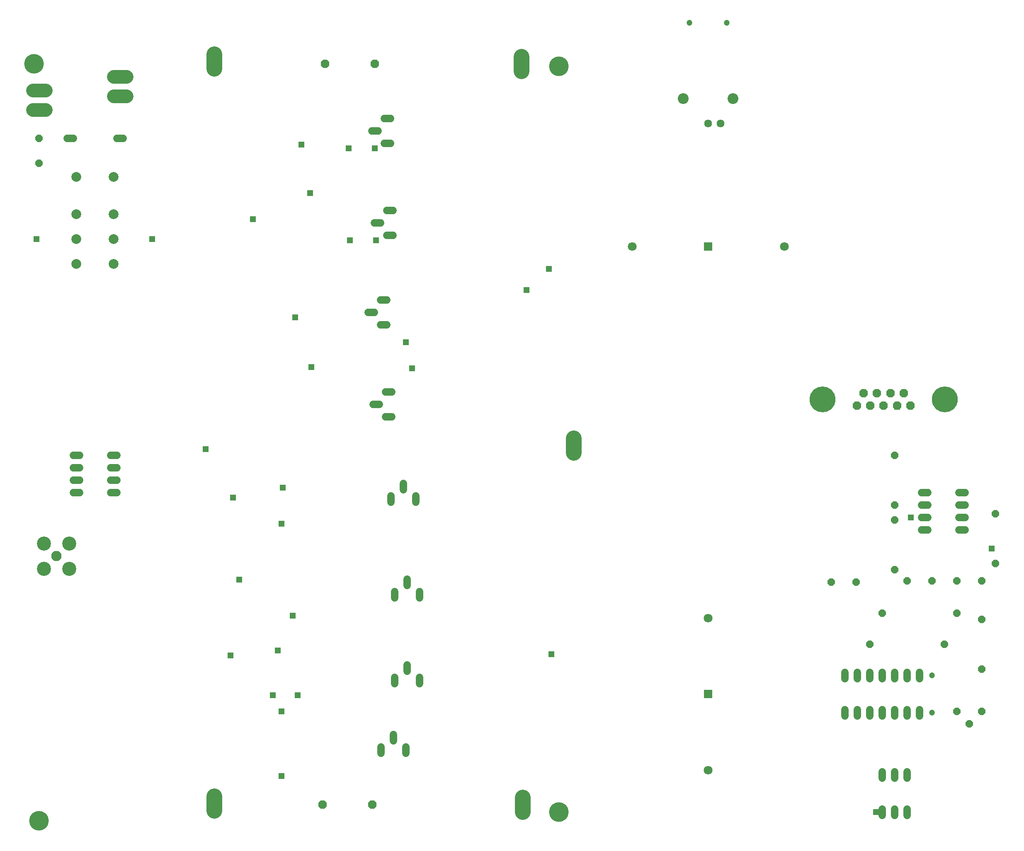
<source format=gbs>
G75*
%MOIN*%
%OFA0B0*%
%FSLAX25Y25*%
%IPPOS*%
%LPD*%
%AMOC8*
5,1,8,0,0,1.08239X$1,22.5*
%
%ADD10C,0.15750*%
%ADD11C,0.04737*%
%ADD12C,0.10839*%
%ADD13C,0.08300*%
%ADD14C,0.11300*%
%ADD15C,0.06000*%
%ADD16C,0.07887*%
%ADD17C,0.12650*%
%ADD18OC8,0.06000*%
%ADD19OC8,0.06800*%
%ADD20C,0.20800*%
%ADD21C,0.07099*%
%ADD22R,0.06737X0.06737*%
%ADD23C,0.06343*%
%ADD24C,0.08674*%
%ADD25R,0.04762X0.04762*%
D10*
X0028800Y0019800D03*
X0446800Y0026800D03*
X0446800Y0626800D03*
X0024800Y0628800D03*
D11*
X0551800Y0661800D03*
X0581800Y0661800D03*
X0746800Y0136800D03*
X0746800Y0106800D03*
D12*
X0098820Y0603005D02*
X0088780Y0603005D01*
X0088780Y0618595D02*
X0098820Y0618595D01*
X0033820Y0607595D02*
X0023780Y0607595D01*
X0023780Y0592005D02*
X0033820Y0592005D01*
D13*
X0042800Y0232800D03*
D14*
X0032761Y0222761D03*
X0032761Y0242839D03*
X0052839Y0242839D03*
X0052839Y0222761D03*
D15*
X0056200Y0283800D02*
X0061400Y0283800D01*
X0061400Y0293800D02*
X0056200Y0293800D01*
X0056200Y0303800D02*
X0061400Y0303800D01*
X0061400Y0313800D02*
X0056200Y0313800D01*
X0086200Y0313800D02*
X0091400Y0313800D01*
X0091400Y0303800D02*
X0086200Y0303800D01*
X0086200Y0293800D02*
X0091400Y0293800D01*
X0091400Y0283800D02*
X0086200Y0283800D01*
X0297200Y0354800D02*
X0302400Y0354800D01*
X0307200Y0344800D02*
X0312400Y0344800D01*
X0312400Y0364800D02*
X0307200Y0364800D01*
X0308400Y0418800D02*
X0303200Y0418800D01*
X0298400Y0428800D02*
X0293200Y0428800D01*
X0303200Y0438800D02*
X0308400Y0438800D01*
X0308200Y0490800D02*
X0313400Y0490800D01*
X0303400Y0500800D02*
X0298200Y0500800D01*
X0308200Y0510800D02*
X0313400Y0510800D01*
X0311400Y0564800D02*
X0306200Y0564800D01*
X0301400Y0574800D02*
X0296200Y0574800D01*
X0306200Y0584800D02*
X0311400Y0584800D01*
X0096400Y0568800D02*
X0091200Y0568800D01*
X0056400Y0568800D02*
X0051200Y0568800D01*
X0321800Y0291400D02*
X0321800Y0286200D01*
X0311800Y0281400D02*
X0311800Y0276200D01*
X0331800Y0276200D02*
X0331800Y0281400D01*
X0324800Y0214400D02*
X0324800Y0209200D01*
X0314800Y0204400D02*
X0314800Y0199200D01*
X0334800Y0199200D02*
X0334800Y0204400D01*
X0324800Y0145400D02*
X0324800Y0140200D01*
X0314800Y0135400D02*
X0314800Y0130200D01*
X0334800Y0130200D02*
X0334800Y0135400D01*
X0313800Y0089400D02*
X0313800Y0084200D01*
X0303800Y0079400D02*
X0303800Y0074200D01*
X0323800Y0074200D02*
X0323800Y0079400D01*
X0676800Y0104200D02*
X0676800Y0109400D01*
X0686800Y0109400D02*
X0686800Y0104200D01*
X0696800Y0104200D02*
X0696800Y0109400D01*
X0706800Y0109400D02*
X0706800Y0104200D01*
X0716800Y0104200D02*
X0716800Y0109400D01*
X0726800Y0109400D02*
X0726800Y0104200D01*
X0736800Y0104200D02*
X0736800Y0109400D01*
X0736800Y0134200D02*
X0736800Y0139400D01*
X0726800Y0139400D02*
X0726800Y0134200D01*
X0716800Y0134200D02*
X0716800Y0139400D01*
X0706800Y0139400D02*
X0706800Y0134200D01*
X0696800Y0134200D02*
X0696800Y0139400D01*
X0686800Y0139400D02*
X0686800Y0134200D01*
X0676800Y0134200D02*
X0676800Y0139400D01*
X0706800Y0059400D02*
X0706800Y0054200D01*
X0716800Y0054200D02*
X0716800Y0059400D01*
X0726800Y0059400D02*
X0726800Y0054200D01*
X0726800Y0029400D02*
X0726800Y0024200D01*
X0716800Y0024200D02*
X0716800Y0029400D01*
X0706800Y0029400D02*
X0706800Y0024200D01*
X0738200Y0253800D02*
X0743400Y0253800D01*
X0743400Y0263800D02*
X0738200Y0263800D01*
X0738200Y0273800D02*
X0743400Y0273800D01*
X0743400Y0283800D02*
X0738200Y0283800D01*
X0768200Y0283800D02*
X0773400Y0283800D01*
X0773400Y0273800D02*
X0768200Y0273800D01*
X0768200Y0263800D02*
X0773400Y0263800D01*
X0773400Y0253800D02*
X0768200Y0253800D01*
D16*
X0088800Y0467800D03*
X0088800Y0487800D03*
X0088800Y0507800D03*
X0088800Y0537800D03*
X0058800Y0537800D03*
X0058800Y0507800D03*
X0058800Y0487800D03*
X0058800Y0467800D03*
D17*
X0169800Y0624875D02*
X0169800Y0636725D01*
X0416800Y0634725D02*
X0416800Y0622875D01*
X0458800Y0327725D02*
X0458800Y0315875D01*
X0417800Y0038725D02*
X0417800Y0026875D01*
X0169800Y0027875D02*
X0169800Y0039725D01*
D18*
X0665800Y0211800D03*
X0685800Y0211800D03*
X0706800Y0186800D03*
X0726800Y0212800D03*
X0716800Y0221800D03*
X0746800Y0212800D03*
X0766800Y0212800D03*
X0786800Y0212800D03*
X0797800Y0226800D03*
X0766800Y0186800D03*
X0786800Y0181800D03*
X0756800Y0161800D03*
X0786800Y0141800D03*
X0786800Y0107800D03*
X0776800Y0097800D03*
X0766800Y0107800D03*
X0696800Y0161800D03*
X0716800Y0261800D03*
X0716800Y0273800D03*
X0716800Y0313800D03*
X0797800Y0266800D03*
X0028800Y0548800D03*
X0028800Y0568800D03*
D19*
X0258800Y0628800D03*
X0298800Y0628800D03*
X0686200Y0353800D03*
X0697000Y0353800D03*
X0691600Y0363800D03*
X0702400Y0363800D03*
X0713200Y0363800D03*
X0707800Y0353800D03*
X0718600Y0353800D03*
X0729400Y0353800D03*
X0724000Y0363800D03*
X0296800Y0032800D03*
X0256800Y0032800D03*
D20*
X0658500Y0358800D03*
X0757100Y0358800D03*
D21*
X0627824Y0481800D03*
X0505776Y0481800D03*
X0566800Y0182824D03*
X0566800Y0060776D03*
D22*
X0566800Y0121800D03*
X0566800Y0481800D03*
D23*
X0566800Y0580800D03*
X0576800Y0580800D03*
D24*
X0586800Y0600800D03*
X0546800Y0600800D03*
D25*
X0438761Y0463839D03*
X0420800Y0446800D03*
X0328800Y0383800D03*
X0323800Y0404800D03*
X0247800Y0384800D03*
X0234800Y0424800D03*
X0278800Y0486800D03*
X0299800Y0486800D03*
X0246800Y0524800D03*
X0239800Y0563800D03*
X0277800Y0560800D03*
X0298800Y0560800D03*
X0200500Y0504100D03*
X0119800Y0487800D03*
X0026800Y0487800D03*
X0162800Y0318800D03*
X0184800Y0279800D03*
X0223800Y0258800D03*
X0224800Y0287800D03*
X0189800Y0213800D03*
X0232800Y0184800D03*
X0220800Y0156800D03*
X0182800Y0152800D03*
X0216800Y0120800D03*
X0223800Y0107800D03*
X0236800Y0120800D03*
X0223800Y0055800D03*
X0440800Y0153800D03*
X0701800Y0026800D03*
X0794800Y0238800D03*
X0729800Y0263800D03*
X0718600Y0353000D03*
M02*

</source>
